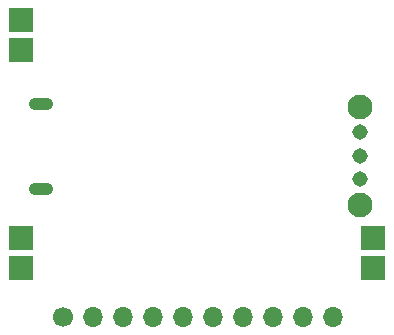
<source format=gbr>
%TF.GenerationSoftware,KiCad,Pcbnew,6.0.7-f9a2dced07~116~ubuntu22.04.1*%
%TF.CreationDate,2022-09-16T16:44:02+02:00*%
%TF.ProjectId,PCB,5043422e-6b69-4636-9164-5f7063625858,alfa*%
%TF.SameCoordinates,Original*%
%TF.FileFunction,Soldermask,Bot*%
%TF.FilePolarity,Negative*%
%FSLAX46Y46*%
G04 Gerber Fmt 4.6, Leading zero omitted, Abs format (unit mm)*
G04 Created by KiCad (PCBNEW 6.0.7-f9a2dced07~116~ubuntu22.04.1) date 2022-09-16 16:44:02*
%MOMM*%
%LPD*%
G01*
G04 APERTURE LIST*
%ADD10O,2.100000X1.050000*%
%ADD11R,2.000000X2.000000*%
%ADD12O,1.700000X1.700000*%
%ADD13C,1.700000*%
%ADD14C,1.308000*%
%ADD15C,2.100000*%
G04 APERTURE END LIST*
D10*
%TO.C,J4*%
X63352500Y-92475000D03*
X63352500Y-85325000D03*
%TD*%
D11*
%TO.C,J8*%
X91452000Y-96650000D03*
X91452000Y-99190000D03*
%TD*%
D12*
%TO.C,J1*%
X88110000Y-103340000D03*
X85570000Y-103340000D03*
X83030000Y-103340000D03*
X80490000Y-103340000D03*
X77950000Y-103340000D03*
X75410000Y-103340000D03*
X72870000Y-103340000D03*
X70330000Y-103340000D03*
X67790000Y-103340000D03*
D13*
X65250000Y-103340000D03*
%TD*%
D11*
%TO.C,J5*%
X61671000Y-78200000D03*
X61671000Y-80740000D03*
%TD*%
D14*
%TO.C,U7*%
X90330000Y-91690000D03*
X90330000Y-87690000D03*
X90330000Y-89690000D03*
D15*
X90330000Y-93840000D03*
X90330000Y-85540000D03*
%TD*%
D11*
%TO.C,J7*%
X61671000Y-96650000D03*
X61671000Y-99190000D03*
%TD*%
M02*

</source>
